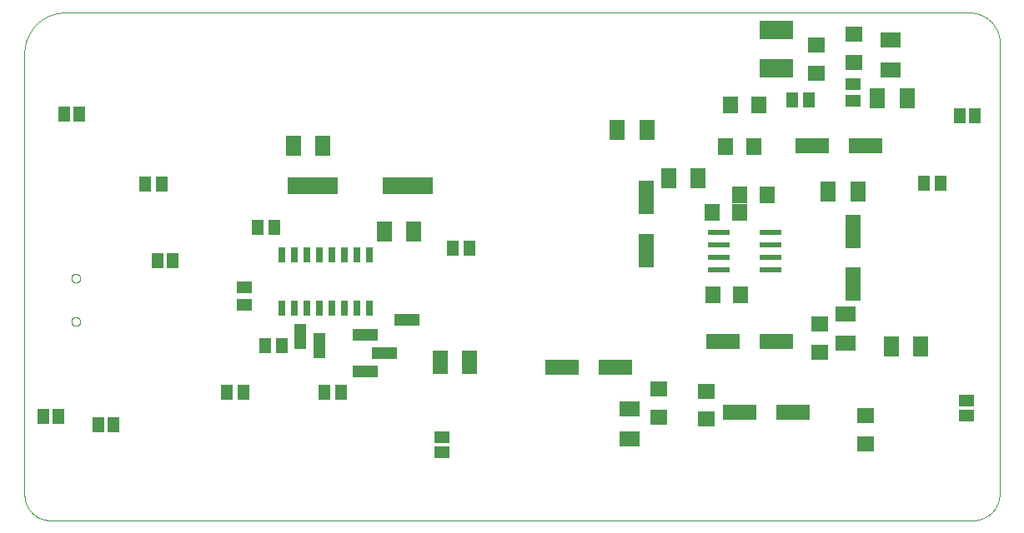
<source format=gbp>
G75*
%MOIN*%
%OFA0B0*%
%FSLAX25Y25*%
%IPPOS*%
%LPD*%
%AMOC8*
5,1,8,0,0,1.08239X$1,22.5*
%
%ADD10C,0.00000*%
%ADD11R,0.05906X0.07874*%
%ADD12R,0.07874X0.05906*%
%ADD13R,0.08661X0.02362*%
%ADD14R,0.07098X0.06299*%
%ADD15R,0.06299X0.07098*%
%ADD16R,0.05118X0.05906*%
%ADD17R,0.05906X0.05118*%
%ADD18R,0.04600X0.06300*%
%ADD19R,0.02500X0.06000*%
%ADD20R,0.20000X0.07000*%
%ADD21R,0.05000X0.10000*%
%ADD22R,0.10000X0.05000*%
%ADD23R,0.06299X0.09449*%
%ADD24R,0.06300X0.04600*%
%ADD25R,0.13386X0.07480*%
%ADD26R,0.06299X0.13780*%
%ADD27R,0.13780X0.06299*%
D10*
X0019865Y0014585D02*
X0388843Y0014585D01*
X0388843Y0014584D02*
X0389099Y0014587D01*
X0389355Y0014596D01*
X0389611Y0014612D01*
X0389866Y0014633D01*
X0390121Y0014661D01*
X0390375Y0014695D01*
X0390628Y0014735D01*
X0390880Y0014781D01*
X0391131Y0014834D01*
X0391380Y0014892D01*
X0391628Y0014956D01*
X0391874Y0015027D01*
X0392119Y0015103D01*
X0392362Y0015185D01*
X0392602Y0015273D01*
X0392841Y0015367D01*
X0393077Y0015466D01*
X0393310Y0015571D01*
X0393541Y0015682D01*
X0393770Y0015798D01*
X0393995Y0015920D01*
X0394217Y0016047D01*
X0394437Y0016180D01*
X0394652Y0016318D01*
X0394865Y0016461D01*
X0395074Y0016609D01*
X0395280Y0016762D01*
X0395481Y0016920D01*
X0395679Y0017082D01*
X0395873Y0017250D01*
X0396062Y0017422D01*
X0396248Y0017599D01*
X0396429Y0017780D01*
X0396606Y0017966D01*
X0396778Y0018155D01*
X0396946Y0018349D01*
X0397108Y0018547D01*
X0397266Y0018748D01*
X0397419Y0018954D01*
X0397567Y0019163D01*
X0397710Y0019376D01*
X0397848Y0019591D01*
X0397981Y0019811D01*
X0398108Y0020033D01*
X0398230Y0020258D01*
X0398346Y0020487D01*
X0398457Y0020718D01*
X0398562Y0020951D01*
X0398661Y0021187D01*
X0398755Y0021426D01*
X0398843Y0021666D01*
X0398925Y0021909D01*
X0399001Y0022154D01*
X0399072Y0022400D01*
X0399136Y0022648D01*
X0399194Y0022897D01*
X0399247Y0023148D01*
X0399293Y0023400D01*
X0399333Y0023653D01*
X0399367Y0023907D01*
X0399395Y0024162D01*
X0399416Y0024417D01*
X0399432Y0024673D01*
X0399441Y0024929D01*
X0399444Y0025185D01*
X0399444Y0204511D01*
X0399469Y0204802D01*
X0399487Y0205094D01*
X0399498Y0205386D01*
X0399502Y0205679D01*
X0399499Y0205971D01*
X0399489Y0206263D01*
X0399471Y0206555D01*
X0399447Y0206846D01*
X0399415Y0207137D01*
X0399377Y0207427D01*
X0399332Y0207716D01*
X0399279Y0208004D01*
X0399220Y0208290D01*
X0399154Y0208575D01*
X0399081Y0208858D01*
X0399001Y0209139D01*
X0398914Y0209418D01*
X0398821Y0209695D01*
X0398720Y0209970D01*
X0398614Y0210242D01*
X0398501Y0210512D01*
X0398381Y0210779D01*
X0398255Y0211043D01*
X0398122Y0211303D01*
X0397984Y0211561D01*
X0397839Y0211815D01*
X0397688Y0212065D01*
X0397531Y0212312D01*
X0397368Y0212555D01*
X0397199Y0212793D01*
X0397025Y0213028D01*
X0396844Y0213258D01*
X0396659Y0213484D01*
X0396468Y0213706D01*
X0396272Y0213922D01*
X0396070Y0214134D01*
X0395864Y0214341D01*
X0395652Y0214543D01*
X0395436Y0214740D01*
X0395215Y0214932D01*
X0394989Y0215118D01*
X0394759Y0215298D01*
X0394525Y0215473D01*
X0394287Y0215642D01*
X0394044Y0215806D01*
X0393798Y0215963D01*
X0393548Y0216115D01*
X0393294Y0216261D01*
X0393037Y0216400D01*
X0392777Y0216533D01*
X0392513Y0216660D01*
X0392247Y0216780D01*
X0391977Y0216894D01*
X0391705Y0217001D01*
X0391431Y0217102D01*
X0391154Y0217196D01*
X0390875Y0217283D01*
X0390594Y0217363D01*
X0390311Y0217437D01*
X0390026Y0217504D01*
X0389740Y0217564D01*
X0389452Y0217617D01*
X0389164Y0217663D01*
X0388874Y0217702D01*
X0388583Y0217734D01*
X0024601Y0217734D01*
X0024600Y0217734D02*
X0024207Y0217696D01*
X0023814Y0217648D01*
X0023423Y0217591D01*
X0023034Y0217525D01*
X0022646Y0217449D01*
X0022260Y0217364D01*
X0021876Y0217269D01*
X0021494Y0217165D01*
X0021116Y0217053D01*
X0020740Y0216931D01*
X0020367Y0216799D01*
X0019997Y0216659D01*
X0019631Y0216510D01*
X0019269Y0216353D01*
X0018910Y0216186D01*
X0018556Y0216011D01*
X0018206Y0215827D01*
X0017860Y0215635D01*
X0017520Y0215435D01*
X0017184Y0215227D01*
X0016853Y0215010D01*
X0016528Y0214786D01*
X0016208Y0214553D01*
X0015894Y0214314D01*
X0015586Y0214066D01*
X0015284Y0213811D01*
X0014988Y0213549D01*
X0014698Y0213280D01*
X0014415Y0213004D01*
X0014139Y0212721D01*
X0013870Y0212432D01*
X0013608Y0212136D01*
X0013353Y0211834D01*
X0013105Y0211526D01*
X0012865Y0211212D01*
X0012633Y0210892D01*
X0012408Y0210567D01*
X0012191Y0210237D01*
X0011983Y0209901D01*
X0011782Y0209560D01*
X0011590Y0209215D01*
X0011406Y0208865D01*
X0011231Y0208511D01*
X0011065Y0208152D01*
X0010907Y0207790D01*
X0010757Y0207424D01*
X0010617Y0207054D01*
X0010486Y0206682D01*
X0010364Y0206306D01*
X0010251Y0205927D01*
X0010147Y0205546D01*
X0010052Y0205162D01*
X0009967Y0204776D01*
X0009891Y0204388D01*
X0009824Y0203998D01*
X0009767Y0203607D01*
X0009719Y0203215D01*
X0009681Y0202822D01*
X0009652Y0202427D01*
X0009633Y0202033D01*
X0009623Y0201637D01*
X0009623Y0201242D01*
X0009633Y0200847D01*
X0009652Y0200452D01*
X0009680Y0200058D01*
X0009680Y0024770D01*
X0009683Y0024524D01*
X0009692Y0024278D01*
X0009707Y0024032D01*
X0009728Y0023787D01*
X0009754Y0023542D01*
X0009787Y0023298D01*
X0009825Y0023055D01*
X0009870Y0022813D01*
X0009920Y0022572D01*
X0009976Y0022333D01*
X0010038Y0022094D01*
X0010105Y0021858D01*
X0010178Y0021623D01*
X0010257Y0021390D01*
X0010342Y0021158D01*
X0010432Y0020929D01*
X0010527Y0020702D01*
X0010628Y0020478D01*
X0010735Y0020256D01*
X0010847Y0020037D01*
X0010964Y0019820D01*
X0011086Y0019607D01*
X0011213Y0019396D01*
X0011346Y0019188D01*
X0011483Y0018984D01*
X0011625Y0018783D01*
X0011772Y0018586D01*
X0011924Y0018392D01*
X0012080Y0018202D01*
X0012241Y0018016D01*
X0012407Y0017834D01*
X0012577Y0017656D01*
X0012751Y0017482D01*
X0012929Y0017312D01*
X0013111Y0017146D01*
X0013297Y0016985D01*
X0013487Y0016829D01*
X0013681Y0016677D01*
X0013878Y0016530D01*
X0014079Y0016388D01*
X0014283Y0016251D01*
X0014491Y0016118D01*
X0014702Y0015991D01*
X0014915Y0015869D01*
X0015132Y0015752D01*
X0015351Y0015640D01*
X0015573Y0015533D01*
X0015797Y0015432D01*
X0016024Y0015337D01*
X0016253Y0015247D01*
X0016485Y0015162D01*
X0016718Y0015083D01*
X0016953Y0015010D01*
X0017189Y0014943D01*
X0017428Y0014881D01*
X0017667Y0014825D01*
X0017908Y0014775D01*
X0018150Y0014730D01*
X0018393Y0014692D01*
X0018637Y0014659D01*
X0018882Y0014633D01*
X0019127Y0014612D01*
X0019373Y0014597D01*
X0019619Y0014588D01*
X0019865Y0014585D01*
X0028381Y0094112D02*
X0028383Y0094196D01*
X0028389Y0094279D01*
X0028399Y0094362D01*
X0028413Y0094445D01*
X0028430Y0094527D01*
X0028452Y0094608D01*
X0028477Y0094687D01*
X0028506Y0094766D01*
X0028539Y0094843D01*
X0028575Y0094918D01*
X0028615Y0094992D01*
X0028658Y0095064D01*
X0028705Y0095133D01*
X0028755Y0095200D01*
X0028808Y0095265D01*
X0028864Y0095327D01*
X0028922Y0095387D01*
X0028984Y0095444D01*
X0029048Y0095497D01*
X0029115Y0095548D01*
X0029184Y0095595D01*
X0029255Y0095640D01*
X0029328Y0095680D01*
X0029403Y0095717D01*
X0029480Y0095751D01*
X0029558Y0095781D01*
X0029637Y0095807D01*
X0029718Y0095830D01*
X0029800Y0095848D01*
X0029882Y0095863D01*
X0029965Y0095874D01*
X0030048Y0095881D01*
X0030132Y0095884D01*
X0030216Y0095883D01*
X0030299Y0095878D01*
X0030383Y0095869D01*
X0030465Y0095856D01*
X0030547Y0095840D01*
X0030628Y0095819D01*
X0030709Y0095795D01*
X0030787Y0095767D01*
X0030865Y0095735D01*
X0030941Y0095699D01*
X0031015Y0095660D01*
X0031087Y0095618D01*
X0031157Y0095572D01*
X0031225Y0095523D01*
X0031290Y0095471D01*
X0031353Y0095416D01*
X0031413Y0095358D01*
X0031471Y0095297D01*
X0031525Y0095233D01*
X0031577Y0095167D01*
X0031625Y0095099D01*
X0031670Y0095028D01*
X0031711Y0094955D01*
X0031750Y0094881D01*
X0031784Y0094805D01*
X0031815Y0094727D01*
X0031842Y0094648D01*
X0031866Y0094567D01*
X0031885Y0094486D01*
X0031901Y0094404D01*
X0031913Y0094321D01*
X0031921Y0094237D01*
X0031925Y0094154D01*
X0031925Y0094070D01*
X0031921Y0093987D01*
X0031913Y0093903D01*
X0031901Y0093820D01*
X0031885Y0093738D01*
X0031866Y0093657D01*
X0031842Y0093576D01*
X0031815Y0093497D01*
X0031784Y0093419D01*
X0031750Y0093343D01*
X0031711Y0093269D01*
X0031670Y0093196D01*
X0031625Y0093125D01*
X0031577Y0093057D01*
X0031525Y0092991D01*
X0031471Y0092927D01*
X0031413Y0092866D01*
X0031353Y0092808D01*
X0031290Y0092753D01*
X0031225Y0092701D01*
X0031157Y0092652D01*
X0031087Y0092606D01*
X0031015Y0092564D01*
X0030941Y0092525D01*
X0030865Y0092489D01*
X0030787Y0092457D01*
X0030709Y0092429D01*
X0030628Y0092405D01*
X0030547Y0092384D01*
X0030465Y0092368D01*
X0030383Y0092355D01*
X0030299Y0092346D01*
X0030216Y0092341D01*
X0030132Y0092340D01*
X0030048Y0092343D01*
X0029965Y0092350D01*
X0029882Y0092361D01*
X0029800Y0092376D01*
X0029718Y0092394D01*
X0029637Y0092417D01*
X0029558Y0092443D01*
X0029480Y0092473D01*
X0029403Y0092507D01*
X0029328Y0092544D01*
X0029255Y0092584D01*
X0029184Y0092629D01*
X0029115Y0092676D01*
X0029048Y0092727D01*
X0028984Y0092780D01*
X0028922Y0092837D01*
X0028864Y0092897D01*
X0028808Y0092959D01*
X0028755Y0093024D01*
X0028705Y0093091D01*
X0028658Y0093160D01*
X0028615Y0093232D01*
X0028575Y0093306D01*
X0028539Y0093381D01*
X0028506Y0093458D01*
X0028477Y0093537D01*
X0028452Y0093616D01*
X0028430Y0093697D01*
X0028413Y0093779D01*
X0028399Y0093862D01*
X0028389Y0093945D01*
X0028383Y0094028D01*
X0028381Y0094112D01*
X0028381Y0111435D02*
X0028383Y0111519D01*
X0028389Y0111602D01*
X0028399Y0111685D01*
X0028413Y0111768D01*
X0028430Y0111850D01*
X0028452Y0111931D01*
X0028477Y0112010D01*
X0028506Y0112089D01*
X0028539Y0112166D01*
X0028575Y0112241D01*
X0028615Y0112315D01*
X0028658Y0112387D01*
X0028705Y0112456D01*
X0028755Y0112523D01*
X0028808Y0112588D01*
X0028864Y0112650D01*
X0028922Y0112710D01*
X0028984Y0112767D01*
X0029048Y0112820D01*
X0029115Y0112871D01*
X0029184Y0112918D01*
X0029255Y0112963D01*
X0029328Y0113003D01*
X0029403Y0113040D01*
X0029480Y0113074D01*
X0029558Y0113104D01*
X0029637Y0113130D01*
X0029718Y0113153D01*
X0029800Y0113171D01*
X0029882Y0113186D01*
X0029965Y0113197D01*
X0030048Y0113204D01*
X0030132Y0113207D01*
X0030216Y0113206D01*
X0030299Y0113201D01*
X0030383Y0113192D01*
X0030465Y0113179D01*
X0030547Y0113163D01*
X0030628Y0113142D01*
X0030709Y0113118D01*
X0030787Y0113090D01*
X0030865Y0113058D01*
X0030941Y0113022D01*
X0031015Y0112983D01*
X0031087Y0112941D01*
X0031157Y0112895D01*
X0031225Y0112846D01*
X0031290Y0112794D01*
X0031353Y0112739D01*
X0031413Y0112681D01*
X0031471Y0112620D01*
X0031525Y0112556D01*
X0031577Y0112490D01*
X0031625Y0112422D01*
X0031670Y0112351D01*
X0031711Y0112278D01*
X0031750Y0112204D01*
X0031784Y0112128D01*
X0031815Y0112050D01*
X0031842Y0111971D01*
X0031866Y0111890D01*
X0031885Y0111809D01*
X0031901Y0111727D01*
X0031913Y0111644D01*
X0031921Y0111560D01*
X0031925Y0111477D01*
X0031925Y0111393D01*
X0031921Y0111310D01*
X0031913Y0111226D01*
X0031901Y0111143D01*
X0031885Y0111061D01*
X0031866Y0110980D01*
X0031842Y0110899D01*
X0031815Y0110820D01*
X0031784Y0110742D01*
X0031750Y0110666D01*
X0031711Y0110592D01*
X0031670Y0110519D01*
X0031625Y0110448D01*
X0031577Y0110380D01*
X0031525Y0110314D01*
X0031471Y0110250D01*
X0031413Y0110189D01*
X0031353Y0110131D01*
X0031290Y0110076D01*
X0031225Y0110024D01*
X0031157Y0109975D01*
X0031087Y0109929D01*
X0031015Y0109887D01*
X0030941Y0109848D01*
X0030865Y0109812D01*
X0030787Y0109780D01*
X0030709Y0109752D01*
X0030628Y0109728D01*
X0030547Y0109707D01*
X0030465Y0109691D01*
X0030383Y0109678D01*
X0030299Y0109669D01*
X0030216Y0109664D01*
X0030132Y0109663D01*
X0030048Y0109666D01*
X0029965Y0109673D01*
X0029882Y0109684D01*
X0029800Y0109699D01*
X0029718Y0109717D01*
X0029637Y0109740D01*
X0029558Y0109766D01*
X0029480Y0109796D01*
X0029403Y0109830D01*
X0029328Y0109867D01*
X0029255Y0109907D01*
X0029184Y0109952D01*
X0029115Y0109999D01*
X0029048Y0110050D01*
X0028984Y0110103D01*
X0028922Y0110160D01*
X0028864Y0110220D01*
X0028808Y0110282D01*
X0028755Y0110347D01*
X0028705Y0110414D01*
X0028658Y0110483D01*
X0028615Y0110555D01*
X0028575Y0110629D01*
X0028539Y0110704D01*
X0028506Y0110781D01*
X0028477Y0110860D01*
X0028452Y0110939D01*
X0028430Y0111020D01*
X0028413Y0111102D01*
X0028399Y0111185D01*
X0028389Y0111268D01*
X0028383Y0111351D01*
X0028381Y0111435D01*
D11*
X0117161Y0164585D03*
X0128972Y0164585D03*
X0153381Y0130333D03*
X0165192Y0130333D03*
X0246688Y0170884D03*
X0258499Y0170884D03*
X0267161Y0151593D03*
X0278972Y0151593D03*
X0330940Y0146081D03*
X0342751Y0146081D03*
X0350625Y0183482D03*
X0362436Y0183482D03*
X0367948Y0084270D03*
X0356137Y0084270D03*
D12*
X0338027Y0085451D03*
X0338027Y0097262D03*
X0251413Y0059073D03*
X0251413Y0047262D03*
X0355743Y0194900D03*
X0355743Y0206711D03*
D13*
X0307712Y0129959D03*
X0307712Y0124959D03*
X0307712Y0119959D03*
X0307712Y0114959D03*
X0287239Y0114959D03*
X0287239Y0119959D03*
X0287239Y0124959D03*
X0287239Y0129959D03*
D14*
X0327397Y0093018D03*
X0327397Y0081821D03*
X0345901Y0056404D03*
X0345901Y0045207D03*
X0282121Y0055049D03*
X0282121Y0066246D03*
X0263224Y0067033D03*
X0263224Y0055837D03*
X0326216Y0193632D03*
X0341176Y0197963D03*
X0326216Y0204829D03*
X0341176Y0209159D03*
D15*
X0303074Y0180726D03*
X0291877Y0180726D03*
X0289909Y0164191D03*
X0301106Y0164191D03*
X0306617Y0144900D03*
X0295420Y0144900D03*
X0295594Y0137813D03*
X0284397Y0137813D03*
X0284791Y0104742D03*
X0295987Y0104742D03*
D16*
X0369326Y0149624D03*
X0376019Y0149624D03*
X0323263Y0182695D03*
X0316570Y0182695D03*
X0187436Y0123640D03*
X0180743Y0123640D03*
X0112633Y0084663D03*
X0105940Y0084663D03*
X0097279Y0065766D03*
X0090586Y0065766D03*
X0129562Y0065766D03*
X0136255Y0065766D03*
X0109483Y0131907D03*
X0102791Y0131907D03*
X0064602Y0149230D03*
X0057909Y0149230D03*
D17*
X0097476Y0107695D03*
X0097476Y0101002D03*
X0340783Y0182498D03*
X0340783Y0189191D03*
D18*
X0383452Y0176396D03*
X0389452Y0176396D03*
X0068980Y0118522D03*
X0062980Y0118522D03*
X0031578Y0177183D03*
X0025578Y0177183D03*
X0023310Y0056317D03*
X0017310Y0056317D03*
X0039357Y0052774D03*
X0045357Y0052774D03*
D19*
X0112653Y0099644D03*
X0117653Y0099644D03*
X0122653Y0099644D03*
X0127653Y0099644D03*
X0132653Y0099644D03*
X0137653Y0099644D03*
X0142653Y0099644D03*
X0147653Y0099644D03*
X0147653Y0120864D03*
X0142653Y0120864D03*
X0137653Y0120864D03*
X0132653Y0120864D03*
X0127653Y0120864D03*
X0122653Y0120864D03*
X0117653Y0120864D03*
X0112653Y0120864D03*
D20*
X0124932Y0148443D03*
X0162932Y0148443D03*
D21*
X0119917Y0088207D03*
X0127397Y0084663D03*
D22*
X0145901Y0088994D03*
X0153381Y0081514D03*
X0145901Y0074033D03*
X0162436Y0094900D03*
D23*
X0175822Y0077970D03*
X0187633Y0077970D03*
D24*
X0176609Y0047900D03*
X0176609Y0041900D03*
X0386058Y0056467D03*
X0386058Y0062467D03*
D25*
X0310074Y0195490D03*
X0310074Y0210844D03*
D26*
X0258106Y0143719D03*
X0258106Y0122459D03*
X0340783Y0130333D03*
X0340783Y0109073D03*
D27*
X0310074Y0086238D03*
X0288814Y0086238D03*
X0245901Y0076002D03*
X0224641Y0076002D03*
X0295507Y0057892D03*
X0316767Y0057892D03*
X0324641Y0164585D03*
X0345901Y0164585D03*
M02*

</source>
